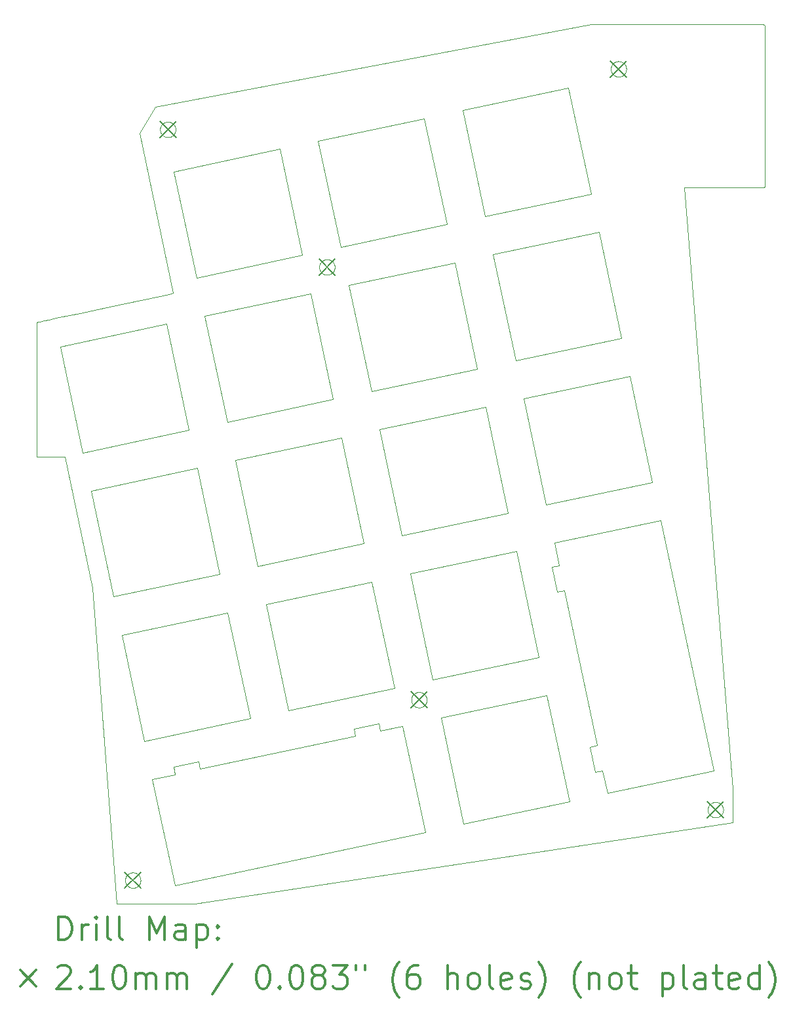
<source format=gbr>
%FSLAX45Y45*%
G04 Gerber Fmt 4.5, Leading zero omitted, Abs format (unit mm)*
G04 Created by KiCad (PCBNEW (5.1.5-0-10_14)) date 2020-05-14 05:38:50*
%MOMM*%
%LPD*%
G04 APERTURE LIST*
%TA.AperFunction,Profile*%
%ADD10C,0.050000*%
%TD*%
%ADD11C,0.200000*%
%ADD12C,0.300000*%
G04 APERTURE END LIST*
D10*
X17493839Y-6668444D02*
X17498243Y-6667826D01*
X17498243Y-6667826D02*
X17501781Y-6666328D01*
X17501781Y-6666328D02*
X17504669Y-6664210D01*
X17504669Y-6664210D02*
X17507004Y-6661528D01*
X17507004Y-6661528D02*
X17508749Y-6658253D01*
X17508749Y-6658253D02*
X17509745Y-6654198D01*
X17509745Y-6654198D02*
X17509841Y-6652442D01*
X16876026Y-14805994D02*
X16871107Y-14805876D01*
X16871107Y-14805876D02*
X16866428Y-14805542D01*
X16866428Y-14805542D02*
X16861889Y-14805009D01*
X16861889Y-14805009D02*
X16857588Y-14804308D01*
X16857588Y-14804308D02*
X16853313Y-14803419D01*
X16853313Y-14803419D02*
X16849107Y-14802351D01*
X16849107Y-14802351D02*
X16845120Y-14801156D01*
X16845120Y-14801156D02*
X16841062Y-14799749D01*
X16841062Y-14799749D02*
X16837455Y-14798329D01*
X16837455Y-14798329D02*
X16833642Y-14796648D01*
X16833642Y-14796648D02*
X16830201Y-14794963D01*
X16830201Y-14794963D02*
X16826770Y-14793115D01*
X16826770Y-14793115D02*
X16823485Y-14791179D01*
X16823485Y-14791179D02*
X16820313Y-14789144D01*
X16820313Y-14789144D02*
X16817316Y-14787060D01*
X16817316Y-14787060D02*
X16814342Y-14784826D01*
X16814342Y-14784826D02*
X16811426Y-14782461D01*
X16811426Y-14782461D02*
X16808742Y-14780116D01*
X16808742Y-14780116D02*
X16806089Y-14777626D01*
X16806089Y-14777626D02*
X16803554Y-14775070D01*
X16803554Y-14775070D02*
X16801051Y-14772353D01*
X16801051Y-14772353D02*
X16798671Y-14769575D01*
X16798671Y-14769575D02*
X16796336Y-14766635D01*
X16796336Y-14766635D02*
X16794198Y-14763730D01*
X16794198Y-14763730D02*
X16792164Y-14760746D01*
X16792164Y-14760746D02*
X16790002Y-14757299D01*
X16790002Y-14757299D02*
X16788169Y-14754107D01*
X16788169Y-14754107D02*
X16786435Y-14750809D01*
X16786435Y-14750809D02*
X16784736Y-14747249D01*
X16784736Y-14747249D02*
X16783174Y-14743614D01*
X16783174Y-14743614D02*
X16781767Y-14739941D01*
X16781767Y-14739941D02*
X16780490Y-14736164D01*
X16780490Y-14736164D02*
X16779321Y-14732172D01*
X16779321Y-14732172D02*
X16778306Y-14728074D01*
X16778306Y-14728074D02*
X16777449Y-14723835D01*
X16777449Y-14723835D02*
X16776761Y-14719454D01*
X16776761Y-14719454D02*
X16776240Y-14714735D01*
X16776240Y-14714735D02*
X16775942Y-14709952D01*
X16775942Y-14709952D02*
X16775865Y-14706003D01*
X9895547Y-14247956D02*
X9895547Y-14247956D01*
X9600238Y-14310694D02*
X9895547Y-14247956D01*
X9891322Y-15680178D02*
X9600238Y-14310694D01*
X13125123Y-14994970D02*
X9891322Y-15680178D01*
X12834039Y-13625572D02*
X13125123Y-14994970D01*
X12545326Y-13684669D02*
X12834039Y-13625572D01*
X12525345Y-13590520D02*
X12545326Y-13684669D01*
X12202511Y-13659100D02*
X12525345Y-13590520D01*
X12222577Y-13753334D02*
X12202511Y-13659100D01*
X10218339Y-14179292D02*
X12222577Y-13753334D01*
X8108784Y-8419689D02*
X8108744Y-8436118D01*
X8108744Y-8436118D02*
X8108609Y-8491512D01*
X8108609Y-8491512D02*
X8108305Y-8615759D01*
X8108305Y-8615759D02*
X8107889Y-8785842D01*
X8107889Y-8785842D02*
X8107575Y-8914574D01*
X8107575Y-8914574D02*
X8107064Y-9123429D01*
X8107064Y-9123429D02*
X8106352Y-9414701D01*
X8106352Y-9414701D02*
X8105674Y-9692227D01*
X8105674Y-9692227D02*
X8105100Y-9926979D01*
X8105100Y-9926979D02*
X8104788Y-10054585D01*
X8104788Y-10054585D02*
X8104677Y-10099722D01*
X8104677Y-10099722D02*
X8104622Y-10122234D01*
X8104622Y-10122234D02*
X8104602Y-10130600D01*
X8104602Y-10130600D02*
X8105215Y-10135027D01*
X8105215Y-10135027D02*
X8106697Y-10138556D01*
X8106697Y-10138556D02*
X8108811Y-10141452D01*
X8108811Y-10141452D02*
X8109275Y-10141936D01*
X8830119Y-11839698D02*
X9139855Y-15918768D01*
X14827770Y-11890667D02*
X14759105Y-11567918D01*
X14921919Y-11870686D02*
X14827770Y-11890667D01*
X15347962Y-13874915D02*
X14921919Y-11870686D01*
X15253728Y-13894896D02*
X15347962Y-13874915D01*
X15322393Y-14217730D02*
X15253728Y-13894896D01*
X15416542Y-14197664D02*
X15322393Y-14217730D01*
X17098953Y-14871696D02*
X17102001Y-14442520D01*
X10149573Y-15918768D02*
X17098953Y-14871696D01*
X10573778Y-12157621D02*
X10864862Y-13527020D01*
X15416542Y-14197664D02*
X15416542Y-14197664D01*
X15479280Y-14492982D02*
X15416542Y-14197664D01*
X16848763Y-14201898D02*
X15479280Y-14492982D01*
X16163641Y-10968088D02*
X16848763Y-14201898D01*
X14794157Y-11259172D02*
X16163641Y-10968088D01*
X14853339Y-11547852D02*
X14794157Y-11259172D01*
X14759105Y-11567918D02*
X14853339Y-11547852D01*
X16876026Y-14805994D02*
X16876026Y-14805994D01*
X14696283Y-13227469D02*
X14696283Y-13227469D01*
X13326884Y-13518553D02*
X14696283Y-13227469D01*
X13617968Y-14888036D02*
X13326884Y-13518553D01*
X14987367Y-14596868D02*
X13617968Y-14888036D01*
X14696283Y-13227469D02*
X14987367Y-14596868D01*
X16975848Y-14706003D02*
X16975727Y-14710954D01*
X16975727Y-14710954D02*
X16975385Y-14715684D01*
X16975385Y-14715684D02*
X16974848Y-14720195D01*
X16974848Y-14720195D02*
X16974128Y-14724565D01*
X16974128Y-14724565D02*
X16973256Y-14728718D01*
X16973256Y-14728718D02*
X16972235Y-14732730D01*
X16972235Y-14732730D02*
X16971042Y-14736713D01*
X16971042Y-14736713D02*
X16969744Y-14740480D01*
X16969744Y-14740480D02*
X16968125Y-14744600D01*
X16968125Y-14744600D02*
X16966590Y-14748077D01*
X16966590Y-14748077D02*
X16964928Y-14751484D01*
X16964928Y-14751484D02*
X16963142Y-14754817D01*
X16963142Y-14754817D02*
X16961078Y-14758330D01*
X16961078Y-14758330D02*
X16958962Y-14761625D01*
X16958962Y-14761625D02*
X16956898Y-14764586D01*
X16956898Y-14764586D02*
X16954732Y-14767467D01*
X16954732Y-14767467D02*
X16952466Y-14770267D01*
X16952466Y-14770267D02*
X16950116Y-14772968D01*
X16950116Y-14772968D02*
X16947646Y-14775610D01*
X16947646Y-14775610D02*
X16945098Y-14778147D01*
X16945098Y-14778147D02*
X16942459Y-14780592D01*
X16942459Y-14780592D02*
X16939735Y-14782942D01*
X16939735Y-14782942D02*
X16936927Y-14785194D01*
X16936927Y-14785194D02*
X16934038Y-14787346D01*
X16934038Y-14787346D02*
X16931070Y-14789394D01*
X16931070Y-14789394D02*
X16928011Y-14791346D01*
X16928011Y-14791346D02*
X16924813Y-14793226D01*
X16924813Y-14793226D02*
X16921440Y-14795041D01*
X16921440Y-14795041D02*
X16917786Y-14796824D01*
X16917786Y-14796824D02*
X16914174Y-14798410D01*
X16914174Y-14798410D02*
X16910347Y-14799907D01*
X16910347Y-14799907D02*
X16906591Y-14801203D01*
X16906591Y-14801203D02*
X16902660Y-14802382D01*
X16902660Y-14802382D02*
X16898588Y-14803419D01*
X16898588Y-14803419D02*
X16894376Y-14804301D01*
X16894376Y-14804301D02*
X16890043Y-14805012D01*
X16890043Y-14805012D02*
X16885554Y-14805542D01*
X16885554Y-14805542D02*
X16880749Y-14805884D01*
X16880749Y-14805884D02*
X16876026Y-14805994D01*
X16876026Y-14606012D02*
X16880908Y-14606130D01*
X16880908Y-14606130D02*
X16885613Y-14606470D01*
X16885613Y-14606470D02*
X16890354Y-14607040D01*
X16890354Y-14607040D02*
X16894643Y-14607757D01*
X16894643Y-14607757D02*
X16898983Y-14608683D01*
X16898983Y-14608683D02*
X16903067Y-14609743D01*
X16903067Y-14609743D02*
X16907028Y-14610952D01*
X16907028Y-14610952D02*
X16910776Y-14612266D01*
X16910776Y-14612266D02*
X16914419Y-14613710D01*
X16914419Y-14613710D02*
X16918061Y-14615323D01*
X16918061Y-14615323D02*
X16921457Y-14616989D01*
X16921457Y-14616989D02*
X16924780Y-14618778D01*
X16924780Y-14618778D02*
X16927995Y-14620669D01*
X16927995Y-14620669D02*
X16931070Y-14622633D01*
X16931070Y-14622633D02*
X16934068Y-14624705D01*
X16934068Y-14624705D02*
X16937046Y-14626929D01*
X16937046Y-14626929D02*
X16939850Y-14629187D01*
X16939850Y-14629187D02*
X16942571Y-14631542D01*
X16942571Y-14631542D02*
X16945529Y-14634306D01*
X16945529Y-14634306D02*
X16948062Y-14636860D01*
X16948062Y-14636860D02*
X16950504Y-14639504D01*
X16950504Y-14639504D02*
X16952851Y-14642234D01*
X16952851Y-14642234D02*
X16955077Y-14645019D01*
X16955077Y-14645019D02*
X16957249Y-14647944D01*
X16957249Y-14647944D02*
X16959296Y-14650919D01*
X16959296Y-14650919D02*
X16961315Y-14654099D01*
X16961315Y-14654099D02*
X16963161Y-14657259D01*
X16963161Y-14657259D02*
X16964928Y-14660558D01*
X16964928Y-14660558D02*
X16966590Y-14663964D01*
X16966590Y-14663964D02*
X16968170Y-14667547D01*
X16968170Y-14667547D02*
X16969638Y-14671272D01*
X16969638Y-14671272D02*
X16970948Y-14675032D01*
X16970948Y-14675032D02*
X16972121Y-14678896D01*
X16972121Y-14678896D02*
X16973158Y-14682899D01*
X16973158Y-14682899D02*
X16974062Y-14687118D01*
X16974062Y-14687118D02*
X16974798Y-14691479D01*
X16974798Y-14691479D02*
X16975350Y-14695980D01*
X16975350Y-14695980D02*
X16975722Y-14700939D01*
X16975722Y-14700939D02*
X16975848Y-14705963D01*
X16975848Y-14705963D02*
X16975848Y-14706003D01*
X16775865Y-14706003D02*
X16775982Y-14701119D01*
X16775982Y-14701119D02*
X16776327Y-14696334D01*
X16776327Y-14696334D02*
X16776885Y-14691673D01*
X16776885Y-14691673D02*
X16777611Y-14687310D01*
X16777611Y-14687310D02*
X16778489Y-14683163D01*
X16778489Y-14683163D02*
X16779525Y-14679118D01*
X16779525Y-14679118D02*
X16780700Y-14675215D01*
X16780700Y-14675215D02*
X16782016Y-14671415D01*
X16782016Y-14671415D02*
X16783464Y-14667722D01*
X16783464Y-14667722D02*
X16784988Y-14664240D01*
X16784988Y-14664240D02*
X16786709Y-14660693D01*
X16786709Y-14660693D02*
X16788490Y-14657357D01*
X16788490Y-14657357D02*
X16790333Y-14654195D01*
X16790333Y-14654195D02*
X16792329Y-14651045D01*
X16792329Y-14651045D02*
X16794394Y-14648036D01*
X16794394Y-14648036D02*
X16796611Y-14645048D01*
X16796611Y-14645048D02*
X16798863Y-14642234D01*
X16798863Y-14642234D02*
X16801213Y-14639504D01*
X16801213Y-14639504D02*
X16803658Y-14636860D01*
X16803658Y-14636860D02*
X16806197Y-14634306D01*
X16806197Y-14634306D02*
X16808825Y-14631844D01*
X16808825Y-14631844D02*
X16811627Y-14629403D01*
X16811627Y-14629403D02*
X16814936Y-14626745D01*
X16814936Y-14626745D02*
X16818081Y-14624422D01*
X16818081Y-14624422D02*
X16821067Y-14622384D01*
X16821067Y-14622384D02*
X16824258Y-14620375D01*
X16824258Y-14620375D02*
X16827479Y-14618511D01*
X16827479Y-14618511D02*
X16830842Y-14616731D01*
X16830842Y-14616731D02*
X16834436Y-14615005D01*
X16834436Y-14615005D02*
X16838072Y-14613433D01*
X16838072Y-14613433D02*
X16841781Y-14612002D01*
X16841781Y-14612002D02*
X16845560Y-14610716D01*
X16845560Y-14610716D02*
X16849517Y-14609547D01*
X16849517Y-14609547D02*
X16853578Y-14608529D01*
X16853578Y-14608529D02*
X16857742Y-14607671D01*
X16857742Y-14607671D02*
X16862123Y-14606966D01*
X16862123Y-14606966D02*
X16866646Y-14606444D01*
X16866646Y-14606444D02*
X16871428Y-14606115D01*
X16871428Y-14606115D02*
X16876026Y-14606012D01*
X10177428Y-10292872D02*
X10468537Y-11662321D01*
X14300551Y-11365437D02*
X14300551Y-11365437D01*
X12931067Y-11656564D02*
X14300551Y-11365437D01*
X13222151Y-13025962D02*
X12931067Y-11656564D01*
X14591635Y-12734878D02*
X13222151Y-13025962D01*
X14300551Y-11365437D02*
X14591635Y-12734878D01*
X12945376Y-13285889D02*
X12945493Y-13281005D01*
X12945493Y-13281005D02*
X12945838Y-13276220D01*
X12945838Y-13276220D02*
X12946381Y-13271676D01*
X12946381Y-13271676D02*
X12947125Y-13267196D01*
X12947125Y-13267196D02*
X12948003Y-13263049D01*
X12948003Y-13263049D02*
X12949041Y-13259004D01*
X12949041Y-13259004D02*
X12950219Y-13255101D01*
X12950219Y-13255101D02*
X12951536Y-13251301D01*
X12951536Y-13251301D02*
X12953103Y-13247327D01*
X12953103Y-13247327D02*
X12954640Y-13243850D01*
X12954640Y-13243850D02*
X12956304Y-13240444D01*
X12956304Y-13240444D02*
X12958101Y-13237095D01*
X12958101Y-13237095D02*
X12960001Y-13233856D01*
X12960001Y-13233856D02*
X12962028Y-13230680D01*
X12962028Y-13230680D02*
X12964082Y-13227708D01*
X12964082Y-13227708D02*
X12966239Y-13224816D01*
X12966239Y-13224816D02*
X12968593Y-13221889D01*
X12968593Y-13221889D02*
X12970953Y-13219166D01*
X12970953Y-13219166D02*
X12973408Y-13216530D01*
X12973408Y-13216530D02*
X12975955Y-13213983D01*
X12975955Y-13213983D02*
X12978592Y-13211529D01*
X12978592Y-13211529D02*
X12981288Y-13209193D01*
X12981288Y-13209193D02*
X12984453Y-13206654D01*
X12984453Y-13206654D02*
X12987629Y-13204308D01*
X12987629Y-13204308D02*
X12990615Y-13202270D01*
X12990615Y-13202270D02*
X12993806Y-13200261D01*
X12993806Y-13200261D02*
X12997027Y-13198397D01*
X12997027Y-13198397D02*
X13000390Y-13196617D01*
X13000390Y-13196617D02*
X13003983Y-13194891D01*
X13003983Y-13194891D02*
X13007618Y-13193319D01*
X13007618Y-13193319D02*
X13011271Y-13191908D01*
X13011271Y-13191908D02*
X13015102Y-13190602D01*
X13015102Y-13190602D02*
X13018982Y-13189454D01*
X13018982Y-13189454D02*
X13023039Y-13188433D01*
X13023039Y-13188433D02*
X13027237Y-13187565D01*
X13027237Y-13187565D02*
X13031613Y-13186857D01*
X13031613Y-13186857D02*
X13036169Y-13186330D01*
X13036169Y-13186330D02*
X13040945Y-13186001D01*
X13040945Y-13186001D02*
X13045537Y-13185898D01*
X13045537Y-13385880D02*
X13040285Y-13385745D01*
X13040285Y-13385745D02*
X13035537Y-13385388D01*
X13035537Y-13385388D02*
X13030834Y-13384811D01*
X13030834Y-13384811D02*
X13026545Y-13384086D01*
X13026545Y-13384086D02*
X13022358Y-13383190D01*
X13022358Y-13383190D02*
X13018201Y-13382112D01*
X13018201Y-13382112D02*
X13014261Y-13380911D01*
X13014261Y-13380911D02*
X13010464Y-13379581D01*
X13010464Y-13379581D02*
X13006878Y-13378164D01*
X13006878Y-13378164D02*
X13003189Y-13376534D01*
X13003189Y-13376534D02*
X12999749Y-13374849D01*
X12999749Y-13374849D02*
X12996318Y-13373001D01*
X12996318Y-13373001D02*
X12993033Y-13371065D01*
X12993033Y-13371065D02*
X12989861Y-13369030D01*
X12989861Y-13369030D02*
X12986864Y-13366946D01*
X12986864Y-13366946D02*
X12983770Y-13364619D01*
X12983770Y-13364619D02*
X12980972Y-13362347D01*
X12980972Y-13362347D02*
X12978286Y-13360002D01*
X12978286Y-13360002D02*
X12975632Y-13357512D01*
X12975632Y-13357512D02*
X12973096Y-13354956D01*
X12973096Y-13354956D02*
X12970653Y-13352309D01*
X12970653Y-13352309D02*
X12968233Y-13349490D01*
X12968233Y-13349490D02*
X12965964Y-13346640D01*
X12965964Y-13346640D02*
X12963580Y-13343401D01*
X12963580Y-13343401D02*
X12961531Y-13340380D01*
X12961531Y-13340380D02*
X12959455Y-13337055D01*
X12959455Y-13337055D02*
X12957579Y-13333778D01*
X12957579Y-13333778D02*
X12955817Y-13330407D01*
X12955817Y-13330407D02*
X12954197Y-13326997D01*
X12954197Y-13326997D02*
X12952681Y-13323464D01*
X12952681Y-13323464D02*
X12951273Y-13319791D01*
X12951273Y-13319791D02*
X12949996Y-13316013D01*
X12949996Y-13316013D02*
X12948837Y-13312058D01*
X12948837Y-13312058D02*
X12947821Y-13307960D01*
X12947821Y-13307960D02*
X12946962Y-13303721D01*
X12946962Y-13303721D02*
X12946273Y-13299340D01*
X12946273Y-13299340D02*
X12945752Y-13294621D01*
X12945752Y-13294621D02*
X12945452Y-13289838D01*
X12945452Y-13289838D02*
X12945376Y-13285889D01*
X10573778Y-12157621D02*
X10573778Y-12157621D01*
X8121442Y-8404077D02*
X8121442Y-8404077D01*
X9448973Y-15616508D02*
X9448853Y-15621432D01*
X9448853Y-15621432D02*
X9448495Y-15626334D01*
X9448495Y-15626334D02*
X9447920Y-15631051D01*
X9447920Y-15631051D02*
X9447188Y-15635393D01*
X9447188Y-15635393D02*
X9446249Y-15639762D01*
X9446249Y-15639762D02*
X9445195Y-15643800D01*
X9445195Y-15643800D02*
X9443980Y-15647770D01*
X9443980Y-15647770D02*
X9442659Y-15651525D01*
X9442659Y-15651525D02*
X9441092Y-15655455D01*
X9441092Y-15655455D02*
X9439397Y-15659233D01*
X9439397Y-15659233D02*
X9437710Y-15662625D01*
X9437710Y-15662625D02*
X9435901Y-15665942D01*
X9435901Y-15665942D02*
X9433971Y-15669183D01*
X9433971Y-15669183D02*
X9431926Y-15672343D01*
X9431926Y-15672343D02*
X9429432Y-15675873D01*
X9429432Y-15675873D02*
X9427121Y-15678879D01*
X9427121Y-15678879D02*
X9424847Y-15681624D01*
X9424847Y-15681624D02*
X9422429Y-15684340D01*
X9422429Y-15684340D02*
X9419941Y-15686939D01*
X9419941Y-15686939D02*
X9417253Y-15689550D01*
X9417253Y-15689550D02*
X9414583Y-15691961D01*
X9414583Y-15691961D02*
X9411827Y-15694277D01*
X9411827Y-15694277D02*
X9408869Y-15696583D01*
X9408869Y-15696583D02*
X9405947Y-15698694D01*
X9405947Y-15698694D02*
X9402916Y-15700721D01*
X9402916Y-15700721D02*
X9399744Y-15702677D01*
X9399744Y-15702677D02*
X9396513Y-15704508D01*
X9396513Y-15704508D02*
X9393107Y-15706270D01*
X9393107Y-15706270D02*
X9389264Y-15708066D01*
X9389264Y-15708066D02*
X9385671Y-15709568D01*
X9385671Y-15709568D02*
X9382009Y-15710932D01*
X9382009Y-15710932D02*
X9378117Y-15712206D01*
X9378117Y-15712206D02*
X9374120Y-15713331D01*
X9374120Y-15713331D02*
X9370039Y-15714296D01*
X9370039Y-15714296D02*
X9365781Y-15715111D01*
X9365781Y-15715111D02*
X9361326Y-15715759D01*
X9361326Y-15715759D02*
X9356771Y-15716211D01*
X9356771Y-15716211D02*
X9351800Y-15716465D01*
X9351800Y-15716465D02*
X9349151Y-15716500D01*
X9349151Y-15516517D02*
X9354075Y-15516637D01*
X9354075Y-15516637D02*
X9358742Y-15516975D01*
X9358742Y-15516975D02*
X9363484Y-15517545D01*
X9363484Y-15517545D02*
X9367813Y-15518270D01*
X9367813Y-15518270D02*
X9372116Y-15519188D01*
X9372116Y-15519188D02*
X9376201Y-15520248D01*
X9376201Y-15520248D02*
X9380163Y-15521457D01*
X9380163Y-15521457D02*
X9383911Y-15522772D01*
X9383911Y-15522772D02*
X9387555Y-15524215D01*
X9387555Y-15524215D02*
X9391197Y-15525828D01*
X9391197Y-15525828D02*
X9394593Y-15527494D01*
X9394593Y-15527494D02*
X9397916Y-15529284D01*
X9397916Y-15529284D02*
X9401132Y-15531174D01*
X9401132Y-15531174D02*
X9404207Y-15533138D01*
X9404207Y-15533138D02*
X9407204Y-15535211D01*
X9407204Y-15535211D02*
X9410181Y-15537434D01*
X9410181Y-15537434D02*
X9412986Y-15539692D01*
X9412986Y-15539692D02*
X9415706Y-15542048D01*
X9415706Y-15542048D02*
X9418663Y-15544811D01*
X9418663Y-15544811D02*
X9421197Y-15547365D01*
X9421197Y-15547365D02*
X9423638Y-15550009D01*
X9423638Y-15550009D02*
X9425984Y-15552740D01*
X9425984Y-15552740D02*
X9428210Y-15555524D01*
X9428210Y-15555524D02*
X9430381Y-15558450D01*
X9430381Y-15558450D02*
X9432437Y-15561440D01*
X9432437Y-15561440D02*
X9434445Y-15564604D01*
X9434445Y-15564604D02*
X9436291Y-15567764D01*
X9436291Y-15567764D02*
X9438058Y-15571063D01*
X9438058Y-15571063D02*
X9439719Y-15574469D01*
X9439719Y-15574469D02*
X9441298Y-15578052D01*
X9441298Y-15578052D02*
X9442766Y-15581777D01*
X9442766Y-15581777D02*
X9444075Y-15585537D01*
X9444075Y-15585537D02*
X9445248Y-15589401D01*
X9445248Y-15589401D02*
X9446285Y-15593404D01*
X9446285Y-15593404D02*
X9447188Y-15597623D01*
X9447188Y-15597623D02*
X9447923Y-15601984D01*
X9447923Y-15601984D02*
X9448475Y-15606485D01*
X9448475Y-15606485D02*
X9448847Y-15611444D01*
X9448847Y-15611444D02*
X9448973Y-15616468D01*
X9448973Y-15616468D02*
X9448973Y-15616508D01*
X9248973Y-15616508D02*
X9249090Y-15611624D01*
X9249090Y-15611624D02*
X9249436Y-15606840D01*
X9249436Y-15606840D02*
X9249978Y-15602295D01*
X9249978Y-15602295D02*
X9250721Y-15597815D01*
X9250721Y-15597815D02*
X9251600Y-15593668D01*
X9251600Y-15593668D02*
X9252637Y-15589624D01*
X9252637Y-15589624D02*
X9253814Y-15585720D01*
X9253814Y-15585720D02*
X9255131Y-15581921D01*
X9255131Y-15581921D02*
X9256697Y-15577947D01*
X9256697Y-15577947D02*
X9258234Y-15574469D01*
X9258234Y-15574469D02*
X9259897Y-15571063D01*
X9259897Y-15571063D02*
X9261685Y-15567731D01*
X9261685Y-15567731D02*
X9263534Y-15564572D01*
X9263534Y-15564572D02*
X9265620Y-15561299D01*
X9265620Y-15561299D02*
X9267673Y-15558327D01*
X9267673Y-15558327D02*
X9269830Y-15555435D01*
X9269830Y-15555435D02*
X9272184Y-15552509D01*
X9272184Y-15552509D02*
X9274543Y-15549786D01*
X9274543Y-15549786D02*
X9276972Y-15547176D01*
X9276972Y-15547176D02*
X9279545Y-15544602D01*
X9279545Y-15544602D02*
X9282182Y-15542148D01*
X9282182Y-15542148D02*
X9284878Y-15539812D01*
X9284878Y-15539812D02*
X9288043Y-15537273D01*
X9288043Y-15537273D02*
X9291219Y-15534927D01*
X9291219Y-15534927D02*
X9294205Y-15532890D01*
X9294205Y-15532890D02*
X9297494Y-15530822D01*
X9297494Y-15530822D02*
X9300801Y-15528916D01*
X9300801Y-15528916D02*
X9304118Y-15527168D01*
X9304118Y-15527168D02*
X9307576Y-15525510D01*
X9307576Y-15525510D02*
X9311212Y-15523938D01*
X9311212Y-15523938D02*
X9314921Y-15522508D01*
X9314921Y-15522508D02*
X9318699Y-15521221D01*
X9318699Y-15521221D02*
X9322692Y-15520042D01*
X9322692Y-15520042D02*
X9326715Y-15519035D01*
X9326715Y-15519035D02*
X9330916Y-15518170D01*
X9330916Y-15518170D02*
X9335530Y-15517433D01*
X9335530Y-15517433D02*
X9340054Y-15516924D01*
X9340054Y-15516924D02*
X9344776Y-15516610D01*
X9344776Y-15516610D02*
X9349151Y-15516517D01*
X9349151Y-15716500D02*
X9344235Y-15716381D01*
X9344235Y-15716381D02*
X9339460Y-15716038D01*
X9339460Y-15716038D02*
X9334906Y-15715496D01*
X9334906Y-15715496D02*
X9330608Y-15714789D01*
X9330608Y-15714789D02*
X9326450Y-15713920D01*
X9326450Y-15713920D02*
X9322301Y-15712866D01*
X9322301Y-15712866D02*
X9318241Y-15711648D01*
X9318241Y-15711648D02*
X9314489Y-15710350D01*
X9314489Y-15710350D02*
X9310824Y-15708918D01*
X9310824Y-15708918D02*
X9307161Y-15707316D01*
X9307161Y-15707316D02*
X9303746Y-15705660D01*
X9303746Y-15705660D02*
X9300321Y-15703834D01*
X9300321Y-15703834D02*
X9297139Y-15701979D01*
X9297139Y-15701979D02*
X9293954Y-15699961D01*
X9293954Y-15699961D02*
X9290943Y-15697893D01*
X9290943Y-15697893D02*
X9287834Y-15695582D01*
X9287834Y-15695582D02*
X9285022Y-15693324D01*
X9285022Y-15693324D02*
X9282322Y-15690993D01*
X9282322Y-15690993D02*
X9279694Y-15688557D01*
X9279694Y-15688557D02*
X9277102Y-15685975D01*
X9277102Y-15685975D02*
X9274669Y-15683370D01*
X9274669Y-15683370D02*
X9272280Y-15680622D01*
X9272280Y-15680622D02*
X9270014Y-15677818D01*
X9270014Y-15677818D02*
X9267849Y-15674932D01*
X9267849Y-15674932D02*
X9265703Y-15671842D01*
X9265703Y-15671842D02*
X9263672Y-15668670D01*
X9263672Y-15668670D02*
X9261759Y-15665417D01*
X9261759Y-15665417D02*
X9259992Y-15662138D01*
X9259992Y-15662138D02*
X9258298Y-15658684D01*
X9258298Y-15658684D02*
X9256756Y-15655210D01*
X9256756Y-15655210D02*
X9255311Y-15651579D01*
X9255311Y-15651579D02*
X9253963Y-15647752D01*
X9253963Y-15647752D02*
X9252784Y-15643912D01*
X9252784Y-15643912D02*
X9251738Y-15639932D01*
X9251738Y-15639932D02*
X9250840Y-15635814D01*
X9250840Y-15635814D02*
X9250092Y-15631498D01*
X9250092Y-15631498D02*
X9249514Y-15626964D01*
X9249514Y-15626964D02*
X9249133Y-15622210D01*
X9249133Y-15622210D02*
X9248976Y-15617215D01*
X9248976Y-15617215D02*
X9248973Y-15616508D01*
X9432023Y-5961909D02*
X9866786Y-8031924D01*
X9637492Y-5622633D02*
X9432023Y-5961909D01*
X17509841Y-6652442D02*
X17509841Y-4577711D01*
X8121442Y-8404077D02*
X8117654Y-8405399D01*
X8117654Y-8405399D02*
X8114602Y-8407382D01*
X8114602Y-8407382D02*
X8112130Y-8409934D01*
X8112130Y-8409934D02*
X8110235Y-8413065D01*
X8110235Y-8413065D02*
X8109038Y-8416877D01*
X8109038Y-8416877D02*
X8108784Y-8419689D01*
X10671314Y-10187885D02*
X12040797Y-9896801D01*
X10962398Y-11557334D02*
X10671314Y-10187885D01*
X12331881Y-11266250D02*
X10962398Y-11557334D01*
X12040797Y-9896801D02*
X12331881Y-11266250D01*
X10177428Y-10292872D02*
X10177428Y-10292872D01*
X8807979Y-10583956D02*
X10177428Y-10292872D01*
X9099063Y-11953405D02*
X8807979Y-10583956D01*
X10468537Y-11662321D02*
X9099063Y-11953405D01*
X17493839Y-4561709D02*
X15266513Y-4561709D01*
X10198315Y-14085142D02*
X10218339Y-14179292D01*
X9875524Y-14153722D02*
X10198315Y-14085142D01*
X9895547Y-14247956D02*
X9875524Y-14153722D01*
X9349151Y-15716500D02*
X9349151Y-15716500D01*
X15266513Y-4561709D02*
X9637492Y-5622633D01*
X9866786Y-8031924D02*
X9817182Y-8042501D01*
X9817182Y-8042501D02*
X9496326Y-8110917D01*
X9496326Y-8110917D02*
X9208971Y-8172189D01*
X9208971Y-8172189D02*
X8896533Y-8238809D01*
X8896533Y-8238809D02*
X8668159Y-8287504D01*
X8668159Y-8287504D02*
X8526270Y-8317758D01*
X8526270Y-8317758D02*
X8397995Y-8345110D01*
X8397995Y-8345110D02*
X8314049Y-8363009D01*
X8314049Y-8363009D02*
X8264265Y-8373624D01*
X8264265Y-8373624D02*
X8199965Y-8387334D01*
X8199965Y-8387334D02*
X8152459Y-8397464D01*
X8152459Y-8397464D02*
X8129547Y-8402349D01*
X8129547Y-8402349D02*
X8121442Y-8404077D01*
X17102001Y-14442520D02*
X16468695Y-6668444D01*
X13045537Y-13385880D02*
X13045537Y-13385880D01*
X12437122Y-11761550D02*
X12437122Y-11761550D01*
X11067723Y-12052634D02*
X12437122Y-11761550D01*
X17509841Y-4577711D02*
X17509228Y-4573317D01*
X17509228Y-4573317D02*
X17507725Y-4569766D01*
X17507725Y-4569766D02*
X17505591Y-4566862D01*
X17505591Y-4566862D02*
X17502900Y-4564529D01*
X17502900Y-4564529D02*
X17499624Y-4562792D01*
X17499624Y-4562792D02*
X17495545Y-4561799D01*
X17495545Y-4561799D02*
X17493839Y-4561709D01*
X11358807Y-13422033D02*
X11067723Y-12052634D01*
X12728206Y-13130949D02*
X11358807Y-13422033D01*
X12437122Y-11761550D02*
X12728206Y-13130949D01*
X13145359Y-13285889D02*
X13145238Y-13290840D01*
X13145238Y-13290840D02*
X13144896Y-13295570D01*
X13144896Y-13295570D02*
X13144359Y-13300081D01*
X13144359Y-13300081D02*
X13143638Y-13304451D01*
X13143638Y-13304451D02*
X13142767Y-13308604D01*
X13142767Y-13308604D02*
X13141745Y-13312616D01*
X13141745Y-13312616D02*
X13140553Y-13316599D01*
X13140553Y-13316599D02*
X13139254Y-13320366D01*
X13139254Y-13320366D02*
X13137636Y-13324486D01*
X13137636Y-13324486D02*
X13136101Y-13327963D01*
X13136101Y-13327963D02*
X13134439Y-13331370D01*
X13134439Y-13331370D02*
X13132653Y-13334703D01*
X13132653Y-13334703D02*
X13130589Y-13338216D01*
X13130589Y-13338216D02*
X13128472Y-13341511D01*
X13128472Y-13341511D02*
X13126409Y-13344472D01*
X13126409Y-13344472D02*
X13124243Y-13347353D01*
X13124243Y-13347353D02*
X13121977Y-13350153D01*
X13121977Y-13350153D02*
X13119627Y-13352854D01*
X13119627Y-13352854D02*
X13117157Y-13355496D01*
X13117157Y-13355496D02*
X13114608Y-13358033D01*
X13114608Y-13358033D02*
X13111970Y-13360478D01*
X13111970Y-13360478D02*
X13109246Y-13362828D01*
X13109246Y-13362828D02*
X13106438Y-13365080D01*
X13106438Y-13365080D02*
X13103549Y-13367232D01*
X13103549Y-13367232D02*
X13100581Y-13369280D01*
X13100581Y-13369280D02*
X13097522Y-13371232D01*
X13097522Y-13371232D02*
X13094324Y-13373112D01*
X13094324Y-13373112D02*
X13090951Y-13374927D01*
X13090951Y-13374927D02*
X13087296Y-13376710D01*
X13087296Y-13376710D02*
X13083685Y-13378296D01*
X13083685Y-13378296D02*
X13079857Y-13379793D01*
X13079857Y-13379793D02*
X13076102Y-13381089D01*
X13076102Y-13381089D02*
X13072170Y-13382268D01*
X13072170Y-13382268D02*
X13068099Y-13383305D01*
X13068099Y-13383305D02*
X13063886Y-13384187D01*
X13063886Y-13384187D02*
X13059554Y-13384898D01*
X13059554Y-13384898D02*
X13055065Y-13385428D01*
X13055065Y-13385428D02*
X13050259Y-13385770D01*
X13050259Y-13385770D02*
X13045537Y-13385880D01*
X13045537Y-13185898D02*
X13050419Y-13186016D01*
X13050419Y-13186016D02*
X13055124Y-13186356D01*
X13055124Y-13186356D02*
X13059864Y-13186926D01*
X13059864Y-13186926D02*
X13064154Y-13187643D01*
X13064154Y-13187643D02*
X13068493Y-13188569D01*
X13068493Y-13188569D02*
X13072578Y-13189629D01*
X13072578Y-13189629D02*
X13076539Y-13190838D01*
X13076539Y-13190838D02*
X13080286Y-13192152D01*
X13080286Y-13192152D02*
X13083930Y-13193596D01*
X13083930Y-13193596D02*
X13087571Y-13195209D01*
X13087571Y-13195209D02*
X13090968Y-13196875D01*
X13090968Y-13196875D02*
X13094291Y-13198664D01*
X13094291Y-13198664D02*
X13097506Y-13200555D01*
X13097506Y-13200555D02*
X13100581Y-13202519D01*
X13100581Y-13202519D02*
X13103579Y-13204591D01*
X13103579Y-13204591D02*
X13106556Y-13206815D01*
X13106556Y-13206815D02*
X13109361Y-13209073D01*
X13109361Y-13209073D02*
X13112082Y-13211428D01*
X13112082Y-13211428D02*
X13115039Y-13214192D01*
X13115039Y-13214192D02*
X13117573Y-13216746D01*
X13117573Y-13216746D02*
X13120015Y-13219390D01*
X13120015Y-13219390D02*
X13122362Y-13222120D01*
X13122362Y-13222120D02*
X13124588Y-13224905D01*
X13124588Y-13224905D02*
X13126760Y-13227830D01*
X13126760Y-13227830D02*
X13128806Y-13230805D01*
X13128806Y-13230805D02*
X13130825Y-13233985D01*
X13130825Y-13233985D02*
X13132671Y-13237145D01*
X13132671Y-13237145D02*
X13134439Y-13240444D01*
X13134439Y-13240444D02*
X13136101Y-13243850D01*
X13136101Y-13243850D02*
X13137680Y-13247433D01*
X13137680Y-13247433D02*
X13139148Y-13251158D01*
X13139148Y-13251158D02*
X13140458Y-13254918D01*
X13140458Y-13254918D02*
X13141631Y-13258782D01*
X13141631Y-13258782D02*
X13142669Y-13262785D01*
X13142669Y-13262785D02*
X13143573Y-13267004D01*
X13143573Y-13267004D02*
X13144308Y-13271365D01*
X13144308Y-13271365D02*
X13144861Y-13275866D01*
X13144861Y-13275866D02*
X13145232Y-13280825D01*
X13145232Y-13280825D02*
X13145359Y-13285849D01*
X13145359Y-13285849D02*
X13145359Y-13285889D01*
X9204337Y-12448705D02*
X10573778Y-12157621D01*
X9495421Y-13818104D02*
X9204337Y-12448705D01*
X10864862Y-13527020D02*
X9495421Y-13818104D01*
X16468695Y-6668444D02*
X17493839Y-6668444D01*
X15623383Y-5035893D02*
X15628265Y-5036011D01*
X15628265Y-5036011D02*
X15632970Y-5036351D01*
X15632970Y-5036351D02*
X15637710Y-5036921D01*
X15637710Y-5036921D02*
X15642000Y-5037639D01*
X15642000Y-5037639D02*
X15646245Y-5038543D01*
X15646245Y-5038543D02*
X15650276Y-5039583D01*
X15650276Y-5039583D02*
X15654239Y-5040787D01*
X15654239Y-5040787D02*
X15657989Y-5042095D01*
X15657989Y-5042095D02*
X15661776Y-5043592D01*
X15661776Y-5043592D02*
X15665417Y-5045205D01*
X15665417Y-5045205D02*
X15668814Y-5046871D01*
X15668814Y-5046871D02*
X15672137Y-5048661D01*
X15672137Y-5048661D02*
X15675352Y-5050551D01*
X15675352Y-5050551D02*
X15678427Y-5052516D01*
X15678427Y-5052516D02*
X15681425Y-5054588D01*
X15681425Y-5054588D02*
X15684402Y-5056811D01*
X15684402Y-5056811D02*
X15687207Y-5059069D01*
X15687207Y-5059069D02*
X15689928Y-5061425D01*
X15689928Y-5061425D02*
X15692885Y-5064188D01*
X15692885Y-5064188D02*
X15695419Y-5066742D01*
X15695419Y-5066742D02*
X15697861Y-5069386D01*
X15697861Y-5069386D02*
X15700208Y-5072116D01*
X15700208Y-5072116D02*
X15702434Y-5074900D01*
X15702434Y-5074900D02*
X15704606Y-5077826D01*
X15704606Y-5077826D02*
X15706652Y-5080800D01*
X15706652Y-5080800D02*
X15708671Y-5083979D01*
X15708671Y-5083979D02*
X15710517Y-5087138D01*
X15710517Y-5087138D02*
X15712285Y-5090437D01*
X15712285Y-5090437D02*
X15713947Y-5093843D01*
X15713947Y-5093843D02*
X15715526Y-5097424D01*
X15715526Y-5097424D02*
X15716994Y-5101149D01*
X15716994Y-5101149D02*
X15718304Y-5104908D01*
X15718304Y-5104908D02*
X15719477Y-5108770D01*
X15719477Y-5108770D02*
X15720515Y-5112772D01*
X15720515Y-5112772D02*
X15721419Y-5116990D01*
X15721419Y-5116990D02*
X15722154Y-5121349D01*
X15722154Y-5121349D02*
X15722711Y-5125888D01*
X15722711Y-5125888D02*
X15723070Y-5130646D01*
X15723070Y-5130646D02*
X15723204Y-5135584D01*
X15723204Y-5135584D02*
X15723205Y-5135867D01*
X15723205Y-5135867D02*
X15723084Y-5140819D01*
X15723084Y-5140819D02*
X15722742Y-5145550D01*
X15722742Y-5145550D02*
X15722205Y-5150062D01*
X15722205Y-5150062D02*
X15721455Y-5154586D01*
X15721455Y-5154586D02*
X15720564Y-5158794D01*
X15720564Y-5158794D02*
X15719524Y-5162842D01*
X15719524Y-5162842D02*
X15718364Y-5166693D01*
X15718364Y-5166693D02*
X15717061Y-5170460D01*
X15717061Y-5170460D02*
X15715482Y-5174473D01*
X15715482Y-5174473D02*
X15713947Y-5177952D01*
X15713947Y-5177952D02*
X15712285Y-5181360D01*
X15712285Y-5181360D02*
X15710499Y-5184694D01*
X15710499Y-5184694D02*
X15708435Y-5188208D01*
X15708435Y-5188208D02*
X15706318Y-5191503D01*
X15706318Y-5191503D02*
X15704255Y-5194465D01*
X15704255Y-5194465D02*
X15702089Y-5197348D01*
X15702089Y-5197348D02*
X15699847Y-5200120D01*
X15699847Y-5200120D02*
X15697498Y-5202823D01*
X15697498Y-5202823D02*
X15695003Y-5205494D01*
X15695003Y-5205494D02*
X15692454Y-5208032D01*
X15692454Y-5208032D02*
X15689858Y-5210441D01*
X15689858Y-5210441D02*
X15686976Y-5212925D01*
X15686976Y-5212925D02*
X15684179Y-5215162D01*
X15684179Y-5215162D02*
X15681303Y-5217300D01*
X15681303Y-5217300D02*
X15678302Y-5219367D01*
X15678302Y-5219367D02*
X15675127Y-5221385D01*
X15675127Y-5221385D02*
X15671742Y-5223357D01*
X15671742Y-5223357D02*
X15668410Y-5225131D01*
X15668410Y-5225131D02*
X15665005Y-5226781D01*
X15665005Y-5226781D02*
X15661390Y-5228362D01*
X15661390Y-5228362D02*
X15657703Y-5229802D01*
X15657703Y-5229802D02*
X15653948Y-5231099D01*
X15653948Y-5231099D02*
X15650016Y-5232278D01*
X15650016Y-5232278D02*
X15645945Y-5233316D01*
X15645945Y-5233316D02*
X15641732Y-5234198D01*
X15641732Y-5234198D02*
X15637400Y-5234909D01*
X15637400Y-5234909D02*
X15632911Y-5235440D01*
X15632911Y-5235440D02*
X15628105Y-5235782D01*
X15628105Y-5235782D02*
X15623383Y-5235893D01*
X9800907Y-6017992D02*
X9800907Y-6017992D01*
X15623383Y-5235893D02*
X15623383Y-5235893D01*
X8470235Y-10146635D02*
X8830119Y-11839698D01*
X8109275Y-10141936D02*
X8112061Y-10144169D01*
X8112061Y-10144169D02*
X8115458Y-10145788D01*
X8115458Y-10145788D02*
X8119648Y-10146607D01*
X8119648Y-10146607D02*
X8120604Y-10146635D01*
X9139855Y-15918768D02*
X10149573Y-15918768D01*
X8120604Y-10146635D02*
X8470235Y-10146635D01*
X12825827Y-11161264D02*
X12534743Y-9791814D01*
X14195225Y-10870180D02*
X12825827Y-11161264D01*
X13904141Y-9500730D02*
X14195225Y-10870180D01*
X12040797Y-9896801D02*
X12040797Y-9896801D01*
X12138926Y-7929800D02*
X13508409Y-7638716D01*
X12430010Y-9299249D02*
X12138926Y-7929800D01*
X13799493Y-9008157D02*
X12430010Y-9299249D01*
X13508409Y-7638716D02*
X13799493Y-9008157D01*
X11644981Y-8034786D02*
X11644981Y-8034786D01*
X10275557Y-8325870D02*
X11644981Y-8034786D01*
X10566666Y-9695320D02*
X10275557Y-8325870D01*
X11936065Y-9404227D02*
X10566666Y-9695320D01*
X11644981Y-8034786D02*
X11936065Y-9404227D01*
X9781645Y-8430857D02*
X9781645Y-8430857D01*
X8412196Y-8721941D02*
X9781645Y-8430857D01*
X8703280Y-10091390D02*
X8412196Y-8721941D01*
X10072729Y-9800298D02*
X8703280Y-10091390D01*
X9781645Y-8430857D02*
X10072729Y-9800298D01*
X15767485Y-9104660D02*
X15767485Y-9104660D01*
X14398087Y-9395744D02*
X15767485Y-9104660D01*
X14689171Y-10765193D02*
X14398087Y-9395744D01*
X16058569Y-10474109D02*
X14689171Y-10765193D01*
X15767485Y-9104660D02*
X16058569Y-10474109D01*
X13904141Y-9500730D02*
X13904141Y-9500730D01*
X12534743Y-9791814D02*
X13904141Y-9500730D01*
X11857240Y-7795823D02*
X11857240Y-7795823D01*
X11248656Y-6170071D02*
X11248656Y-6170071D01*
X9879207Y-6461155D02*
X11248656Y-6170071D01*
X10170291Y-7830604D02*
X9879207Y-6461155D01*
X11539740Y-7539520D02*
X10170291Y-7830604D01*
X11248656Y-6170071D02*
X11539740Y-7539520D01*
X11957062Y-7695798D02*
X11956941Y-7700749D01*
X11956941Y-7700749D02*
X11956599Y-7705481D01*
X11956599Y-7705481D02*
X11956062Y-7709992D01*
X11956062Y-7709992D02*
X11955313Y-7714517D01*
X11955313Y-7714517D02*
X11954421Y-7718725D01*
X11954421Y-7718725D02*
X11953381Y-7722772D01*
X11953381Y-7722772D02*
X11952221Y-7726624D01*
X11952221Y-7726624D02*
X11950918Y-7730390D01*
X11950918Y-7730390D02*
X11949339Y-7734403D01*
X11949339Y-7734403D02*
X11947804Y-7737882D01*
X11947804Y-7737882D02*
X11946142Y-7741290D01*
X11946142Y-7741290D02*
X11944356Y-7744624D01*
X11944356Y-7744624D02*
X11942292Y-7748138D01*
X11942292Y-7748138D02*
X11940176Y-7751434D01*
X11940176Y-7751434D02*
X11938112Y-7754396D01*
X11938112Y-7754396D02*
X11935946Y-7757279D01*
X11935946Y-7757279D02*
X11933704Y-7760051D01*
X11933704Y-7760051D02*
X11931355Y-7762754D01*
X11931355Y-7762754D02*
X11928860Y-7765424D01*
X11928860Y-7765424D02*
X11926311Y-7767963D01*
X11926311Y-7767963D02*
X11923715Y-7770371D01*
X11923715Y-7770371D02*
X11920834Y-7772856D01*
X11920834Y-7772856D02*
X11918037Y-7775093D01*
X11918037Y-7775093D02*
X11915160Y-7777231D01*
X11915160Y-7777231D02*
X11912159Y-7779297D01*
X11912159Y-7779297D02*
X11908985Y-7781315D01*
X11908985Y-7781315D02*
X11905599Y-7783288D01*
X11905599Y-7783288D02*
X11902267Y-7785062D01*
X11902267Y-7785062D02*
X11898862Y-7786711D01*
X11898862Y-7786711D02*
X11895247Y-7788293D01*
X11895247Y-7788293D02*
X11891561Y-7789733D01*
X11891561Y-7789733D02*
X11887805Y-7791029D01*
X11887805Y-7791029D02*
X11883874Y-7792209D01*
X11883874Y-7792209D02*
X11879802Y-7793247D01*
X11879802Y-7793247D02*
X11875589Y-7794129D01*
X11875589Y-7794129D02*
X11871257Y-7794839D01*
X11871257Y-7794839D02*
X11866768Y-7795371D01*
X11866768Y-7795371D02*
X11861963Y-7795712D01*
X11861963Y-7795712D02*
X11857240Y-7795823D01*
X11857240Y-7595815D02*
X11862122Y-7595933D01*
X11862122Y-7595933D02*
X11866827Y-7596273D01*
X11866827Y-7596273D02*
X11871567Y-7596843D01*
X11871567Y-7596843D02*
X11875857Y-7597561D01*
X11875857Y-7597561D02*
X11880103Y-7598465D01*
X11880103Y-7598465D02*
X11884133Y-7599506D01*
X11884133Y-7599506D02*
X11888096Y-7600709D01*
X11888096Y-7600709D02*
X11891847Y-7602018D01*
X11891847Y-7602018D02*
X11895633Y-7603515D01*
X11895633Y-7603515D02*
X11899275Y-7605128D01*
X11899275Y-7605128D02*
X11902671Y-7606795D01*
X11902671Y-7606795D02*
X11905994Y-7608585D01*
X11905994Y-7608585D02*
X11909209Y-7610476D01*
X11909209Y-7610476D02*
X11912284Y-7612440D01*
X11912284Y-7612440D02*
X11915282Y-7614513D01*
X11915282Y-7614513D02*
X11918260Y-7616736D01*
X11918260Y-7616736D02*
X11921064Y-7618995D01*
X11921064Y-7618995D02*
X11923785Y-7621351D01*
X11923785Y-7621351D02*
X11926743Y-7624114D01*
X11926743Y-7624114D02*
X11929276Y-7626669D01*
X11929276Y-7626669D02*
X11931718Y-7629313D01*
X11931718Y-7629313D02*
X11934065Y-7632043D01*
X11934065Y-7632043D02*
X11936291Y-7634827D01*
X11936291Y-7634827D02*
X11938463Y-7637753D01*
X11938463Y-7637753D02*
X11940509Y-7640728D01*
X11940509Y-7640728D02*
X11942529Y-7643907D01*
X11942529Y-7643907D02*
X11944375Y-7647067D01*
X11944375Y-7647067D02*
X11946142Y-7650366D01*
X11946142Y-7650366D02*
X11947804Y-7653771D01*
X11947804Y-7653771D02*
X11949383Y-7657353D01*
X11949383Y-7657353D02*
X11950852Y-7661078D01*
X11950852Y-7661078D02*
X11952162Y-7664837D01*
X11952162Y-7664837D02*
X11953335Y-7668700D01*
X11953335Y-7668700D02*
X11954372Y-7672702D01*
X11954372Y-7672702D02*
X11955276Y-7676920D01*
X11955276Y-7676920D02*
X11956012Y-7681279D01*
X11956012Y-7681279D02*
X11956568Y-7685818D01*
X11956568Y-7685818D02*
X11956927Y-7690576D01*
X11956927Y-7690576D02*
X11957061Y-7695515D01*
X11957061Y-7695515D02*
X11957062Y-7695798D01*
X11757079Y-7695798D02*
X11757213Y-7690576D01*
X11757213Y-7690576D02*
X11757572Y-7685818D01*
X11757572Y-7685818D02*
X11758127Y-7681279D01*
X11758127Y-7681279D02*
X11758855Y-7676959D01*
X11758855Y-7676959D02*
X11759751Y-7672759D01*
X11759751Y-7672759D02*
X11760796Y-7668719D01*
X11760796Y-7668719D02*
X11761974Y-7664837D01*
X11761974Y-7664837D02*
X11763389Y-7660792D01*
X11763389Y-7660792D02*
X11764957Y-7656862D01*
X11764957Y-7656862D02*
X11766506Y-7653393D01*
X11766506Y-7653393D02*
X11768200Y-7649962D01*
X11768200Y-7649962D02*
X11770000Y-7646639D01*
X11770000Y-7646639D02*
X11771921Y-7643393D01*
X11771921Y-7643393D02*
X11773960Y-7640226D01*
X11773960Y-7640226D02*
X11776025Y-7637265D01*
X11776025Y-7637265D02*
X11778216Y-7634353D01*
X11778216Y-7634353D02*
X11780534Y-7631496D01*
X11780534Y-7631496D02*
X11782928Y-7628755D01*
X11782928Y-7628755D02*
X11785367Y-7626156D01*
X11785367Y-7626156D02*
X11787951Y-7623594D01*
X11787951Y-7623594D02*
X11790598Y-7621151D01*
X11790598Y-7621151D02*
X11793303Y-7618827D01*
X11793303Y-7618827D02*
X11796150Y-7616553D01*
X11796150Y-7616553D02*
X11799295Y-7614229D01*
X11799295Y-7614229D02*
X11802281Y-7612191D01*
X11802281Y-7612191D02*
X11805472Y-7610182D01*
X11805472Y-7610182D02*
X11808693Y-7608318D01*
X11808693Y-7608318D02*
X11812056Y-7606537D01*
X11812056Y-7606537D02*
X11815650Y-7604810D01*
X11815650Y-7604810D02*
X11819286Y-7603239D01*
X11819286Y-7603239D02*
X11822995Y-7601808D01*
X11822995Y-7601808D02*
X11826774Y-7600521D01*
X11826774Y-7600521D02*
X11830730Y-7599352D01*
X11830730Y-7599352D02*
X11834792Y-7598333D01*
X11834792Y-7598333D02*
X11838956Y-7597475D01*
X11838956Y-7597475D02*
X11843337Y-7596769D01*
X11843337Y-7596769D02*
X11847860Y-7596247D01*
X11847860Y-7596247D02*
X11852642Y-7595918D01*
X11852642Y-7595918D02*
X11857240Y-7595815D01*
X11857240Y-7795823D02*
X11852321Y-7795705D01*
X11852321Y-7795705D02*
X11847642Y-7795371D01*
X11847642Y-7795371D02*
X11843103Y-7794837D01*
X11843103Y-7794837D02*
X11838802Y-7794136D01*
X11838802Y-7794136D02*
X11834527Y-7793247D01*
X11834527Y-7793247D02*
X11830321Y-7792178D01*
X11830321Y-7792178D02*
X11826316Y-7790976D01*
X11826316Y-7790976D02*
X11822276Y-7789574D01*
X11822276Y-7789574D02*
X11818669Y-7788154D01*
X11818669Y-7788154D02*
X11814959Y-7786520D01*
X11814959Y-7786520D02*
X11811550Y-7784855D01*
X11811550Y-7784855D02*
X11808247Y-7783085D01*
X11808247Y-7783085D02*
X11805085Y-7781236D01*
X11805085Y-7781236D02*
X11801935Y-7779235D01*
X11801935Y-7779235D02*
X11798668Y-7776979D01*
X11798668Y-7776979D02*
X11795793Y-7774829D01*
X11795793Y-7774829D02*
X11793014Y-7772591D01*
X11793014Y-7772591D02*
X11790304Y-7770246D01*
X11790304Y-7770246D02*
X11787653Y-7767781D01*
X11787653Y-7767781D02*
X11785106Y-7765235D01*
X11785106Y-7765235D02*
X11782664Y-7762614D01*
X11782664Y-7762614D02*
X11780269Y-7759849D01*
X11780269Y-7759849D02*
X11778009Y-7757041D01*
X11778009Y-7757041D02*
X11775674Y-7753908D01*
X11775674Y-7753908D02*
X11773626Y-7750932D01*
X11773626Y-7750932D02*
X11771606Y-7747752D01*
X11771606Y-7747752D02*
X11769704Y-7744492D01*
X11769704Y-7744492D02*
X11767854Y-7741020D01*
X11767854Y-7741020D02*
X11766155Y-7737503D01*
X11766155Y-7737503D02*
X11764619Y-7733981D01*
X11764619Y-7733981D02*
X11763177Y-7730283D01*
X11763177Y-7730283D02*
X11761832Y-7726368D01*
X11761832Y-7726368D02*
X11760677Y-7722493D01*
X11760677Y-7722493D02*
X11759650Y-7718441D01*
X11759650Y-7718441D02*
X11758768Y-7714210D01*
X11758768Y-7714210D02*
X11758061Y-7709875D01*
X11758061Y-7709875D02*
X11757526Y-7705323D01*
X11757526Y-7705323D02*
X11757190Y-7700549D01*
X11757190Y-7700549D02*
X11757079Y-7695798D01*
X15371753Y-7242645D02*
X15371753Y-7242645D01*
X14002270Y-7533729D02*
X15371753Y-7242645D01*
X14293354Y-8903178D02*
X14002270Y-7533729D01*
X15662837Y-8612094D02*
X14293354Y-8903178D01*
X15371753Y-7242645D02*
X15662837Y-8612094D01*
X13508409Y-7638716D02*
X13508409Y-7638716D01*
X15523222Y-5135867D02*
X15523356Y-5130646D01*
X15523356Y-5130646D02*
X15523714Y-5125888D01*
X15523714Y-5125888D02*
X15524270Y-5121349D01*
X15524270Y-5121349D02*
X15524997Y-5117028D01*
X15524997Y-5117028D02*
X15525894Y-5112829D01*
X15525894Y-5112829D02*
X15526923Y-5108844D01*
X15526923Y-5108844D02*
X15528116Y-5104908D01*
X15528116Y-5104908D02*
X15529532Y-5100862D01*
X15529532Y-5100862D02*
X15531100Y-5096933D01*
X15531100Y-5096933D02*
X15532649Y-5093464D01*
X15532649Y-5093464D02*
X15534342Y-5090033D01*
X15534342Y-5090033D02*
X15536152Y-5086694D01*
X15536152Y-5086694D02*
X15538064Y-5083465D01*
X15538064Y-5083465D02*
X15540103Y-5080299D01*
X15540103Y-5080299D02*
X15542168Y-5077337D01*
X15542168Y-5077337D02*
X15544359Y-5074425D01*
X15544359Y-5074425D02*
X15546677Y-5071569D01*
X15546677Y-5071569D02*
X15549033Y-5068869D01*
X15549033Y-5068869D02*
X15551458Y-5066283D01*
X15551458Y-5066283D02*
X15554093Y-5063668D01*
X15554093Y-5063668D02*
X15556740Y-5061225D01*
X15556740Y-5061225D02*
X15559445Y-5058901D01*
X15559445Y-5058901D02*
X15562293Y-5056628D01*
X15562293Y-5056628D02*
X15565438Y-5054304D01*
X15565438Y-5054304D02*
X15568424Y-5052267D01*
X15568424Y-5052267D02*
X15571615Y-5050257D01*
X15571615Y-5050257D02*
X15574836Y-5048394D01*
X15574836Y-5048394D02*
X15578199Y-5046613D01*
X15578199Y-5046613D02*
X15581793Y-5044887D01*
X15581793Y-5044887D02*
X15585429Y-5043315D01*
X15585429Y-5043315D02*
X15589138Y-5041885D01*
X15589138Y-5041885D02*
X15592916Y-5040598D01*
X15592916Y-5040598D02*
X15596873Y-5039429D01*
X15596873Y-5039429D02*
X15600935Y-5038411D01*
X15600935Y-5038411D02*
X15605099Y-5037553D01*
X15605099Y-5037553D02*
X15609480Y-5036847D01*
X15609480Y-5036847D02*
X15614002Y-5036325D01*
X15614002Y-5036325D02*
X15618784Y-5035996D01*
X15618784Y-5035996D02*
X15623383Y-5035893D01*
X15623383Y-5235893D02*
X15618464Y-5235774D01*
X15618464Y-5235774D02*
X15613784Y-5235440D01*
X15613784Y-5235440D02*
X15609246Y-5234906D01*
X15609246Y-5234906D02*
X15604945Y-5234206D01*
X15604945Y-5234206D02*
X15600669Y-5233316D01*
X15600669Y-5233316D02*
X15596463Y-5232248D01*
X15596463Y-5232248D02*
X15592459Y-5231046D01*
X15592459Y-5231046D02*
X15588419Y-5229644D01*
X15588419Y-5229644D02*
X15584811Y-5228223D01*
X15584811Y-5228223D02*
X15581102Y-5226590D01*
X15581102Y-5226590D02*
X15577692Y-5224925D01*
X15577692Y-5224925D02*
X15574390Y-5223155D01*
X15574390Y-5223155D02*
X15571227Y-5221306D01*
X15571227Y-5221306D02*
X15568078Y-5219305D01*
X15568078Y-5219305D02*
X15564810Y-5217048D01*
X15564810Y-5217048D02*
X15561936Y-5214898D01*
X15561936Y-5214898D02*
X15559157Y-5212661D01*
X15559157Y-5212661D02*
X15556446Y-5210316D01*
X15556446Y-5210316D02*
X15553796Y-5207850D01*
X15553796Y-5207850D02*
X15551249Y-5205305D01*
X15551249Y-5205305D02*
X15548807Y-5202684D01*
X15548807Y-5202684D02*
X15546412Y-5199919D01*
X15546412Y-5199919D02*
X15544151Y-5197111D01*
X15544151Y-5197111D02*
X15541816Y-5193977D01*
X15541816Y-5193977D02*
X15539769Y-5191002D01*
X15539769Y-5191002D02*
X15537749Y-5187822D01*
X15537749Y-5187822D02*
X15535847Y-5184562D01*
X15535847Y-5184562D02*
X15533997Y-5181090D01*
X15533997Y-5181090D02*
X15532297Y-5177572D01*
X15532297Y-5177572D02*
X15530762Y-5174051D01*
X15530762Y-5174051D02*
X15529319Y-5170352D01*
X15529319Y-5170352D02*
X15527974Y-5166437D01*
X15527974Y-5166437D02*
X15526819Y-5162563D01*
X15526819Y-5162563D02*
X15525792Y-5158511D01*
X15525792Y-5158511D02*
X15524910Y-5154279D01*
X15524910Y-5154279D02*
X15524203Y-5149945D01*
X15524203Y-5149945D02*
X15523669Y-5145392D01*
X15523669Y-5145392D02*
X15523332Y-5140619D01*
X15523332Y-5140619D02*
X15523222Y-5135867D01*
X14975344Y-5377929D02*
X14975344Y-5377929D01*
X13605945Y-5669013D02*
X14975344Y-5377929D01*
X13897029Y-7038463D02*
X13605945Y-5669013D01*
X15266513Y-6747379D02*
X13897029Y-7038463D01*
X14975344Y-5377929D02*
X15266513Y-6747379D01*
X9900729Y-5917976D02*
X9900608Y-5922926D01*
X9900608Y-5922926D02*
X9900266Y-5927657D01*
X9900266Y-5927657D02*
X9899729Y-5932168D01*
X9899729Y-5932168D02*
X9899009Y-5936538D01*
X9899009Y-5936538D02*
X9898138Y-5940692D01*
X9898138Y-5940692D02*
X9897107Y-5944742D01*
X9897107Y-5944742D02*
X9895926Y-5948688D01*
X9895926Y-5948688D02*
X9894628Y-5952456D01*
X9894628Y-5952456D02*
X9893185Y-5956154D01*
X9893185Y-5956154D02*
X9891650Y-5959676D01*
X9891650Y-5959676D02*
X9890002Y-5963091D01*
X9890002Y-5963091D02*
X9888028Y-5966796D01*
X9888028Y-5966796D02*
X9886044Y-5970181D01*
X9886044Y-5970181D02*
X9884016Y-5973355D01*
X9884016Y-5973355D02*
X9881962Y-5976323D01*
X9881962Y-5976323D02*
X9879805Y-5979212D01*
X9879805Y-5979212D02*
X9877548Y-5982020D01*
X9877548Y-5982020D02*
X9875181Y-5984757D01*
X9875181Y-5984757D02*
X9872745Y-5987379D01*
X9872745Y-5987379D02*
X9870204Y-5989925D01*
X9870204Y-5989925D02*
X9867573Y-5992379D01*
X9867573Y-5992379D02*
X9864857Y-5994737D01*
X9864857Y-5994737D02*
X9862070Y-5996987D01*
X9862070Y-5996987D02*
X9859204Y-5999137D01*
X9859204Y-5999137D02*
X9856213Y-6001217D01*
X9856213Y-6001217D02*
X9853032Y-6003258D01*
X9853032Y-6003258D02*
X9849836Y-6005144D01*
X9849836Y-6005144D02*
X9846332Y-6007033D01*
X9846332Y-6007033D02*
X9842953Y-6008690D01*
X9842953Y-6008690D02*
X9839451Y-6010243D01*
X9839451Y-6010243D02*
X9835792Y-6011697D01*
X9835792Y-6011697D02*
X9831809Y-6013092D01*
X9831809Y-6013092D02*
X9827957Y-6014264D01*
X9827957Y-6014264D02*
X9823778Y-6015345D01*
X9823778Y-6015345D02*
X9819512Y-6016251D01*
X9819512Y-6016251D02*
X9815182Y-6016973D01*
X9815182Y-6016973D02*
X9810517Y-6017533D01*
X9810517Y-6017533D02*
X9805632Y-6017882D01*
X9805632Y-6017882D02*
X9800907Y-6017992D01*
X9800907Y-5817993D02*
X9805831Y-5818113D01*
X9805831Y-5818113D02*
X9810498Y-5818451D01*
X9810498Y-5818451D02*
X9815240Y-5819021D01*
X9815240Y-5819021D02*
X9819569Y-5819746D01*
X9819569Y-5819746D02*
X9823778Y-5820642D01*
X9823778Y-5820642D02*
X9827809Y-5821683D01*
X9827809Y-5821683D02*
X9831773Y-5822886D01*
X9831773Y-5822886D02*
X9835667Y-5824248D01*
X9835667Y-5824248D02*
X9839311Y-5825692D01*
X9839311Y-5825692D02*
X9842953Y-5827305D01*
X9842953Y-5827305D02*
X9846349Y-5828971D01*
X9846349Y-5828971D02*
X9849672Y-5830761D01*
X9849672Y-5830761D02*
X9852887Y-5832652D01*
X9852887Y-5832652D02*
X9855962Y-5834616D01*
X9855962Y-5834616D02*
X9858960Y-5836688D01*
X9858960Y-5836688D02*
X9861937Y-5838912D01*
X9861937Y-5838912D02*
X9864742Y-5841170D01*
X9864742Y-5841170D02*
X9867462Y-5843525D01*
X9867462Y-5843525D02*
X9870419Y-5846289D01*
X9870419Y-5846289D02*
X9872952Y-5848843D01*
X9872952Y-5848843D02*
X9875394Y-5851487D01*
X9875394Y-5851487D02*
X9877740Y-5854217D01*
X9877740Y-5854217D02*
X9879966Y-5857002D01*
X9879966Y-5857002D02*
X9882137Y-5859927D01*
X9882137Y-5859927D02*
X9884193Y-5862917D01*
X9884193Y-5862917D02*
X9886201Y-5866081D01*
X9886201Y-5866081D02*
X9888047Y-5869241D01*
X9888047Y-5869241D02*
X9889814Y-5872540D01*
X9889814Y-5872540D02*
X9891475Y-5875946D01*
X9891475Y-5875946D02*
X9893054Y-5879527D01*
X9893054Y-5879527D02*
X9894522Y-5883252D01*
X9894522Y-5883252D02*
X9895831Y-5887012D01*
X9895831Y-5887012D02*
X9897004Y-5890875D01*
X9897004Y-5890875D02*
X9898041Y-5894877D01*
X9898041Y-5894877D02*
X9898944Y-5899096D01*
X9898944Y-5899096D02*
X9899679Y-5903455D01*
X9899679Y-5903455D02*
X9900235Y-5907994D01*
X9900235Y-5907994D02*
X9900594Y-5912753D01*
X9900594Y-5912753D02*
X9900728Y-5917733D01*
X9900728Y-5917733D02*
X9900729Y-5917976D01*
X9700729Y-5917976D02*
X9700846Y-5913092D01*
X9700846Y-5913092D02*
X9701192Y-5908310D01*
X9701192Y-5908310D02*
X9701728Y-5903805D01*
X9701728Y-5903805D02*
X9702449Y-5899440D01*
X9702449Y-5899440D02*
X9703338Y-5895217D01*
X9703338Y-5895217D02*
X9704372Y-5891172D01*
X9704372Y-5891172D02*
X9705570Y-5887194D01*
X9705570Y-5887194D02*
X9706887Y-5883396D01*
X9706887Y-5883396D02*
X9708453Y-5879422D01*
X9708453Y-5879422D02*
X9709990Y-5875946D01*
X9709990Y-5875946D02*
X9711653Y-5872540D01*
X9711653Y-5872540D02*
X9713441Y-5869208D01*
X9713441Y-5869208D02*
X9715290Y-5866049D01*
X9715290Y-5866049D02*
X9717376Y-5862776D01*
X9717376Y-5862776D02*
X9719429Y-5859805D01*
X9719429Y-5859805D02*
X9721586Y-5856912D01*
X9721586Y-5856912D02*
X9723940Y-5853986D01*
X9723940Y-5853986D02*
X9726299Y-5851263D01*
X9726299Y-5851263D02*
X9728728Y-5848654D01*
X9728728Y-5848654D02*
X9731301Y-5846080D01*
X9731301Y-5846080D02*
X9733938Y-5843626D01*
X9733938Y-5843626D02*
X9736634Y-5841290D01*
X9736634Y-5841290D02*
X9739799Y-5838751D01*
X9739799Y-5838751D02*
X9742975Y-5836404D01*
X9742975Y-5836404D02*
X9745961Y-5834367D01*
X9745961Y-5834367D02*
X9749250Y-5832299D01*
X9749250Y-5832299D02*
X9752557Y-5830393D01*
X9752557Y-5830393D02*
X9755874Y-5828645D01*
X9755874Y-5828645D02*
X9759332Y-5826987D01*
X9759332Y-5826987D02*
X9762968Y-5825415D01*
X9762968Y-5825415D02*
X9766677Y-5823984D01*
X9766677Y-5823984D02*
X9770455Y-5822698D01*
X9770455Y-5822698D02*
X9774448Y-5821519D01*
X9774448Y-5821519D02*
X9778471Y-5820511D01*
X9778471Y-5820511D02*
X9782672Y-5819646D01*
X9782672Y-5819646D02*
X9787286Y-5818909D01*
X9787286Y-5818909D02*
X9791810Y-5818399D01*
X9791810Y-5818399D02*
X9796532Y-5818086D01*
X9796532Y-5818086D02*
X9800907Y-5817993D01*
X9800907Y-6017992D02*
X9795991Y-6017874D01*
X9795991Y-6017874D02*
X9791216Y-6017531D01*
X9791216Y-6017531D02*
X9786662Y-6016990D01*
X9786662Y-6016990D02*
X9782364Y-6016284D01*
X9782364Y-6016284D02*
X9778092Y-6015390D01*
X9778092Y-6015390D02*
X9774001Y-6014347D01*
X9774001Y-6014347D02*
X9769997Y-6013145D01*
X9769997Y-6013145D02*
X9765958Y-6011743D01*
X9765958Y-6011743D02*
X9762351Y-6010323D01*
X9762351Y-6010323D02*
X9758642Y-6008690D01*
X9758642Y-6008690D02*
X9755232Y-6007025D01*
X9755232Y-6007025D02*
X9751896Y-6005236D01*
X9751896Y-6005236D02*
X9748669Y-6003347D01*
X9748669Y-6003347D02*
X9745584Y-6001384D01*
X9745584Y-6001384D02*
X9742485Y-5999247D01*
X9742485Y-5999247D02*
X9739590Y-5997091D01*
X9739590Y-5997091D02*
X9736778Y-5994834D01*
X9736778Y-5994834D02*
X9734078Y-5992504D01*
X9734078Y-5992504D02*
X9731450Y-5990068D01*
X9731450Y-5990068D02*
X9728858Y-5987487D01*
X9728858Y-5987487D02*
X9726425Y-5984882D01*
X9726425Y-5984882D02*
X9724036Y-5982135D01*
X9724036Y-5982135D02*
X9721770Y-5979331D01*
X9721770Y-5979331D02*
X9719605Y-5976445D01*
X9719605Y-5976445D02*
X9717459Y-5973355D01*
X9717459Y-5973355D02*
X9715428Y-5970181D01*
X9715428Y-5970181D02*
X9713570Y-5967026D01*
X9713570Y-5967026D02*
X9711792Y-5963732D01*
X9711792Y-5963732D02*
X9710118Y-5960330D01*
X9710118Y-5960330D02*
X9708409Y-5956471D01*
X9708409Y-5956471D02*
X9706993Y-5952886D01*
X9706993Y-5952886D02*
X9705689Y-5949163D01*
X9705689Y-5949163D02*
X9704498Y-5945262D01*
X9704498Y-5945262D02*
X9703463Y-5941296D01*
X9703463Y-5941296D02*
X9702566Y-5937152D01*
X9702566Y-5937152D02*
X9701830Y-5932869D01*
X9701830Y-5932869D02*
X9701266Y-5928407D01*
X9701266Y-5928407D02*
X9700889Y-5923686D01*
X9700889Y-5923686D02*
X9700732Y-5918744D01*
X9700732Y-5918744D02*
X9700729Y-5917976D01*
X13112000Y-5774000D02*
X13112000Y-5774000D01*
X11742601Y-6065084D02*
X13112000Y-5774000D01*
X12033685Y-7434533D02*
X11742601Y-6065084D01*
X13403084Y-7143449D02*
X12033685Y-7434533D01*
X13112000Y-5774000D02*
X13403084Y-7143449D01*
D11*
X16771000Y-14601000D02*
X16981000Y-14811000D01*
X16981000Y-14601000D02*
X16771000Y-14811000D01*
X9244000Y-15511000D02*
X9454000Y-15721000D01*
X9454000Y-15511000D02*
X9244000Y-15721000D01*
X11753000Y-7591000D02*
X11963000Y-7801000D01*
X11963000Y-7591000D02*
X11753000Y-7801000D01*
X12941000Y-13181000D02*
X13151000Y-13391000D01*
X13151000Y-13181000D02*
X12941000Y-13391000D01*
X9696000Y-5813000D02*
X9906000Y-6023000D01*
X9906000Y-5813000D02*
X9696000Y-6023000D01*
X15518000Y-5031000D02*
X15728000Y-5241000D01*
X15728000Y-5031000D02*
X15518000Y-5241000D01*
D12*
X8388522Y-16386983D02*
X8388522Y-16086983D01*
X8459950Y-16086983D01*
X8502807Y-16101268D01*
X8531379Y-16129840D01*
X8545665Y-16158411D01*
X8559950Y-16215554D01*
X8559950Y-16258411D01*
X8545665Y-16315554D01*
X8531379Y-16344126D01*
X8502807Y-16372697D01*
X8459950Y-16386983D01*
X8388522Y-16386983D01*
X8688522Y-16386983D02*
X8688522Y-16186983D01*
X8688522Y-16244126D02*
X8702807Y-16215554D01*
X8717093Y-16201268D01*
X8745665Y-16186983D01*
X8774236Y-16186983D01*
X8874236Y-16386983D02*
X8874236Y-16186983D01*
X8874236Y-16086983D02*
X8859950Y-16101268D01*
X8874236Y-16115554D01*
X8888522Y-16101268D01*
X8874236Y-16086983D01*
X8874236Y-16115554D01*
X9059950Y-16386983D02*
X9031379Y-16372697D01*
X9017093Y-16344126D01*
X9017093Y-16086983D01*
X9217093Y-16386983D02*
X9188522Y-16372697D01*
X9174236Y-16344126D01*
X9174236Y-16086983D01*
X9559950Y-16386983D02*
X9559950Y-16086983D01*
X9659950Y-16301268D01*
X9759950Y-16086983D01*
X9759950Y-16386983D01*
X10031379Y-16386983D02*
X10031379Y-16229840D01*
X10017093Y-16201268D01*
X9988522Y-16186983D01*
X9931379Y-16186983D01*
X9902807Y-16201268D01*
X10031379Y-16372697D02*
X10002807Y-16386983D01*
X9931379Y-16386983D01*
X9902807Y-16372697D01*
X9888522Y-16344126D01*
X9888522Y-16315554D01*
X9902807Y-16286983D01*
X9931379Y-16272697D01*
X10002807Y-16272697D01*
X10031379Y-16258411D01*
X10174236Y-16186983D02*
X10174236Y-16486983D01*
X10174236Y-16201268D02*
X10202807Y-16186983D01*
X10259950Y-16186983D01*
X10288522Y-16201268D01*
X10302807Y-16215554D01*
X10317093Y-16244126D01*
X10317093Y-16329840D01*
X10302807Y-16358411D01*
X10288522Y-16372697D01*
X10259950Y-16386983D01*
X10202807Y-16386983D01*
X10174236Y-16372697D01*
X10445665Y-16358411D02*
X10459950Y-16372697D01*
X10445665Y-16386983D01*
X10431379Y-16372697D01*
X10445665Y-16358411D01*
X10445665Y-16386983D01*
X10445665Y-16201268D02*
X10459950Y-16215554D01*
X10445665Y-16229840D01*
X10431379Y-16215554D01*
X10445665Y-16201268D01*
X10445665Y-16229840D01*
X7892093Y-16776268D02*
X8102093Y-16986269D01*
X8102093Y-16776268D02*
X7892093Y-16986269D01*
X8374236Y-16745554D02*
X8388522Y-16731268D01*
X8417093Y-16716983D01*
X8488522Y-16716983D01*
X8517093Y-16731268D01*
X8531379Y-16745554D01*
X8545665Y-16774126D01*
X8545665Y-16802697D01*
X8531379Y-16845554D01*
X8359950Y-17016983D01*
X8545665Y-17016983D01*
X8674236Y-16988411D02*
X8688522Y-17002697D01*
X8674236Y-17016983D01*
X8659950Y-17002697D01*
X8674236Y-16988411D01*
X8674236Y-17016983D01*
X8974236Y-17016983D02*
X8802807Y-17016983D01*
X8888522Y-17016983D02*
X8888522Y-16716983D01*
X8859950Y-16759840D01*
X8831379Y-16788411D01*
X8802807Y-16802697D01*
X9159950Y-16716983D02*
X9188522Y-16716983D01*
X9217093Y-16731268D01*
X9231379Y-16745554D01*
X9245665Y-16774126D01*
X9259950Y-16831269D01*
X9259950Y-16902697D01*
X9245665Y-16959840D01*
X9231379Y-16988411D01*
X9217093Y-17002697D01*
X9188522Y-17016983D01*
X9159950Y-17016983D01*
X9131379Y-17002697D01*
X9117093Y-16988411D01*
X9102807Y-16959840D01*
X9088522Y-16902697D01*
X9088522Y-16831269D01*
X9102807Y-16774126D01*
X9117093Y-16745554D01*
X9131379Y-16731268D01*
X9159950Y-16716983D01*
X9388522Y-17016983D02*
X9388522Y-16816983D01*
X9388522Y-16845554D02*
X9402807Y-16831269D01*
X9431379Y-16816983D01*
X9474236Y-16816983D01*
X9502807Y-16831269D01*
X9517093Y-16859840D01*
X9517093Y-17016983D01*
X9517093Y-16859840D02*
X9531379Y-16831269D01*
X9559950Y-16816983D01*
X9602807Y-16816983D01*
X9631379Y-16831269D01*
X9645665Y-16859840D01*
X9645665Y-17016983D01*
X9788522Y-17016983D02*
X9788522Y-16816983D01*
X9788522Y-16845554D02*
X9802807Y-16831269D01*
X9831379Y-16816983D01*
X9874236Y-16816983D01*
X9902807Y-16831269D01*
X9917093Y-16859840D01*
X9917093Y-17016983D01*
X9917093Y-16859840D02*
X9931379Y-16831269D01*
X9959950Y-16816983D01*
X10002807Y-16816983D01*
X10031379Y-16831269D01*
X10045665Y-16859840D01*
X10045665Y-17016983D01*
X10631379Y-16702697D02*
X10374236Y-17088411D01*
X11017093Y-16716983D02*
X11045665Y-16716983D01*
X11074236Y-16731268D01*
X11088522Y-16745554D01*
X11102807Y-16774126D01*
X11117093Y-16831269D01*
X11117093Y-16902697D01*
X11102807Y-16959840D01*
X11088522Y-16988411D01*
X11074236Y-17002697D01*
X11045665Y-17016983D01*
X11017093Y-17016983D01*
X10988522Y-17002697D01*
X10974236Y-16988411D01*
X10959950Y-16959840D01*
X10945665Y-16902697D01*
X10945665Y-16831269D01*
X10959950Y-16774126D01*
X10974236Y-16745554D01*
X10988522Y-16731268D01*
X11017093Y-16716983D01*
X11245664Y-16988411D02*
X11259950Y-17002697D01*
X11245664Y-17016983D01*
X11231379Y-17002697D01*
X11245664Y-16988411D01*
X11245664Y-17016983D01*
X11445664Y-16716983D02*
X11474236Y-16716983D01*
X11502807Y-16731268D01*
X11517093Y-16745554D01*
X11531379Y-16774126D01*
X11545664Y-16831269D01*
X11545664Y-16902697D01*
X11531379Y-16959840D01*
X11517093Y-16988411D01*
X11502807Y-17002697D01*
X11474236Y-17016983D01*
X11445664Y-17016983D01*
X11417093Y-17002697D01*
X11402807Y-16988411D01*
X11388522Y-16959840D01*
X11374236Y-16902697D01*
X11374236Y-16831269D01*
X11388522Y-16774126D01*
X11402807Y-16745554D01*
X11417093Y-16731268D01*
X11445664Y-16716983D01*
X11717093Y-16845554D02*
X11688522Y-16831269D01*
X11674236Y-16816983D01*
X11659950Y-16788411D01*
X11659950Y-16774126D01*
X11674236Y-16745554D01*
X11688522Y-16731268D01*
X11717093Y-16716983D01*
X11774236Y-16716983D01*
X11802807Y-16731268D01*
X11817093Y-16745554D01*
X11831379Y-16774126D01*
X11831379Y-16788411D01*
X11817093Y-16816983D01*
X11802807Y-16831269D01*
X11774236Y-16845554D01*
X11717093Y-16845554D01*
X11688522Y-16859840D01*
X11674236Y-16874126D01*
X11659950Y-16902697D01*
X11659950Y-16959840D01*
X11674236Y-16988411D01*
X11688522Y-17002697D01*
X11717093Y-17016983D01*
X11774236Y-17016983D01*
X11802807Y-17002697D01*
X11817093Y-16988411D01*
X11831379Y-16959840D01*
X11831379Y-16902697D01*
X11817093Y-16874126D01*
X11802807Y-16859840D01*
X11774236Y-16845554D01*
X11931379Y-16716983D02*
X12117093Y-16716983D01*
X12017093Y-16831269D01*
X12059950Y-16831269D01*
X12088522Y-16845554D01*
X12102807Y-16859840D01*
X12117093Y-16888411D01*
X12117093Y-16959840D01*
X12102807Y-16988411D01*
X12088522Y-17002697D01*
X12059950Y-17016983D01*
X11974236Y-17016983D01*
X11945664Y-17002697D01*
X11931379Y-16988411D01*
X12231379Y-16716983D02*
X12231379Y-16774126D01*
X12345664Y-16716983D02*
X12345664Y-16774126D01*
X12788522Y-17131269D02*
X12774236Y-17116983D01*
X12745664Y-17074126D01*
X12731379Y-17045554D01*
X12717093Y-17002697D01*
X12702807Y-16931269D01*
X12702807Y-16874126D01*
X12717093Y-16802697D01*
X12731379Y-16759840D01*
X12745664Y-16731268D01*
X12774236Y-16688411D01*
X12788522Y-16674126D01*
X13031379Y-16716983D02*
X12974236Y-16716983D01*
X12945664Y-16731268D01*
X12931379Y-16745554D01*
X12902807Y-16788411D01*
X12888522Y-16845554D01*
X12888522Y-16959840D01*
X12902807Y-16988411D01*
X12917093Y-17002697D01*
X12945664Y-17016983D01*
X13002807Y-17016983D01*
X13031379Y-17002697D01*
X13045664Y-16988411D01*
X13059950Y-16959840D01*
X13059950Y-16888411D01*
X13045664Y-16859840D01*
X13031379Y-16845554D01*
X13002807Y-16831269D01*
X12945664Y-16831269D01*
X12917093Y-16845554D01*
X12902807Y-16859840D01*
X12888522Y-16888411D01*
X13417093Y-17016983D02*
X13417093Y-16716983D01*
X13545664Y-17016983D02*
X13545664Y-16859840D01*
X13531379Y-16831269D01*
X13502807Y-16816983D01*
X13459950Y-16816983D01*
X13431379Y-16831269D01*
X13417093Y-16845554D01*
X13731379Y-17016983D02*
X13702807Y-17002697D01*
X13688522Y-16988411D01*
X13674236Y-16959840D01*
X13674236Y-16874126D01*
X13688522Y-16845554D01*
X13702807Y-16831269D01*
X13731379Y-16816983D01*
X13774236Y-16816983D01*
X13802807Y-16831269D01*
X13817093Y-16845554D01*
X13831379Y-16874126D01*
X13831379Y-16959840D01*
X13817093Y-16988411D01*
X13802807Y-17002697D01*
X13774236Y-17016983D01*
X13731379Y-17016983D01*
X14002807Y-17016983D02*
X13974236Y-17002697D01*
X13959950Y-16974126D01*
X13959950Y-16716983D01*
X14231379Y-17002697D02*
X14202807Y-17016983D01*
X14145664Y-17016983D01*
X14117093Y-17002697D01*
X14102807Y-16974126D01*
X14102807Y-16859840D01*
X14117093Y-16831269D01*
X14145664Y-16816983D01*
X14202807Y-16816983D01*
X14231379Y-16831269D01*
X14245664Y-16859840D01*
X14245664Y-16888411D01*
X14102807Y-16916983D01*
X14359950Y-17002697D02*
X14388522Y-17016983D01*
X14445664Y-17016983D01*
X14474236Y-17002697D01*
X14488522Y-16974126D01*
X14488522Y-16959840D01*
X14474236Y-16931269D01*
X14445664Y-16916983D01*
X14402807Y-16916983D01*
X14374236Y-16902697D01*
X14359950Y-16874126D01*
X14359950Y-16859840D01*
X14374236Y-16831269D01*
X14402807Y-16816983D01*
X14445664Y-16816983D01*
X14474236Y-16831269D01*
X14588522Y-17131269D02*
X14602807Y-17116983D01*
X14631379Y-17074126D01*
X14645664Y-17045554D01*
X14659950Y-17002697D01*
X14674236Y-16931269D01*
X14674236Y-16874126D01*
X14659950Y-16802697D01*
X14645664Y-16759840D01*
X14631379Y-16731268D01*
X14602807Y-16688411D01*
X14588522Y-16674126D01*
X15131379Y-17131269D02*
X15117093Y-17116983D01*
X15088522Y-17074126D01*
X15074236Y-17045554D01*
X15059950Y-17002697D01*
X15045664Y-16931269D01*
X15045664Y-16874126D01*
X15059950Y-16802697D01*
X15074236Y-16759840D01*
X15088522Y-16731268D01*
X15117093Y-16688411D01*
X15131379Y-16674126D01*
X15245664Y-16816983D02*
X15245664Y-17016983D01*
X15245664Y-16845554D02*
X15259950Y-16831269D01*
X15288522Y-16816983D01*
X15331379Y-16816983D01*
X15359950Y-16831269D01*
X15374236Y-16859840D01*
X15374236Y-17016983D01*
X15559950Y-17016983D02*
X15531379Y-17002697D01*
X15517093Y-16988411D01*
X15502807Y-16959840D01*
X15502807Y-16874126D01*
X15517093Y-16845554D01*
X15531379Y-16831269D01*
X15559950Y-16816983D01*
X15602807Y-16816983D01*
X15631379Y-16831269D01*
X15645664Y-16845554D01*
X15659950Y-16874126D01*
X15659950Y-16959840D01*
X15645664Y-16988411D01*
X15631379Y-17002697D01*
X15602807Y-17016983D01*
X15559950Y-17016983D01*
X15745664Y-16816983D02*
X15859950Y-16816983D01*
X15788522Y-16716983D02*
X15788522Y-16974126D01*
X15802807Y-17002697D01*
X15831379Y-17016983D01*
X15859950Y-17016983D01*
X16188522Y-16816983D02*
X16188522Y-17116983D01*
X16188522Y-16831269D02*
X16217093Y-16816983D01*
X16274236Y-16816983D01*
X16302807Y-16831269D01*
X16317093Y-16845554D01*
X16331379Y-16874126D01*
X16331379Y-16959840D01*
X16317093Y-16988411D01*
X16302807Y-17002697D01*
X16274236Y-17016983D01*
X16217093Y-17016983D01*
X16188522Y-17002697D01*
X16502807Y-17016983D02*
X16474236Y-17002697D01*
X16459950Y-16974126D01*
X16459950Y-16716983D01*
X16745664Y-17016983D02*
X16745664Y-16859840D01*
X16731379Y-16831269D01*
X16702807Y-16816983D01*
X16645664Y-16816983D01*
X16617093Y-16831269D01*
X16745664Y-17002697D02*
X16717093Y-17016983D01*
X16645664Y-17016983D01*
X16617093Y-17002697D01*
X16602807Y-16974126D01*
X16602807Y-16945554D01*
X16617093Y-16916983D01*
X16645664Y-16902697D01*
X16717093Y-16902697D01*
X16745664Y-16888411D01*
X16845665Y-16816983D02*
X16959950Y-16816983D01*
X16888522Y-16716983D02*
X16888522Y-16974126D01*
X16902807Y-17002697D01*
X16931379Y-17016983D01*
X16959950Y-17016983D01*
X17174236Y-17002697D02*
X17145665Y-17016983D01*
X17088522Y-17016983D01*
X17059950Y-17002697D01*
X17045665Y-16974126D01*
X17045665Y-16859840D01*
X17059950Y-16831269D01*
X17088522Y-16816983D01*
X17145665Y-16816983D01*
X17174236Y-16831269D01*
X17188522Y-16859840D01*
X17188522Y-16888411D01*
X17045665Y-16916983D01*
X17445665Y-17016983D02*
X17445665Y-16716983D01*
X17445665Y-17002697D02*
X17417093Y-17016983D01*
X17359950Y-17016983D01*
X17331379Y-17002697D01*
X17317093Y-16988411D01*
X17302807Y-16959840D01*
X17302807Y-16874126D01*
X17317093Y-16845554D01*
X17331379Y-16831269D01*
X17359950Y-16816983D01*
X17417093Y-16816983D01*
X17445665Y-16831269D01*
X17559950Y-17131269D02*
X17574236Y-17116983D01*
X17602807Y-17074126D01*
X17617093Y-17045554D01*
X17631379Y-17002697D01*
X17645665Y-16931269D01*
X17645665Y-16874126D01*
X17631379Y-16802697D01*
X17617093Y-16759840D01*
X17602807Y-16731268D01*
X17574236Y-16688411D01*
X17559950Y-16674126D01*
M02*

</source>
